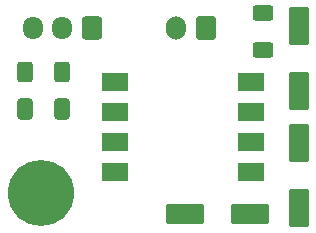
<source format=gbr>
%TF.GenerationSoftware,KiCad,Pcbnew,7.0.7-7.0.7~ubuntu22.04.1*%
%TF.CreationDate,2024-11-14T09:30:22+02:00*%
%TF.ProjectId,EncoderInterface,456e636f-6465-4724-996e-746572666163,rev?*%
%TF.SameCoordinates,PX7e46bbcPY55e586c*%
%TF.FileFunction,Soldermask,Bot*%
%TF.FilePolarity,Negative*%
%FSLAX46Y46*%
G04 Gerber Fmt 4.6, Leading zero omitted, Abs format (unit mm)*
G04 Created by KiCad (PCBNEW 7.0.7-7.0.7~ubuntu22.04.1) date 2024-11-14 09:30:22*
%MOMM*%
%LPD*%
G01*
G04 APERTURE LIST*
G04 Aperture macros list*
%AMRoundRect*
0 Rectangle with rounded corners*
0 $1 Rounding radius*
0 $2 $3 $4 $5 $6 $7 $8 $9 X,Y pos of 4 corners*
0 Add a 4 corners polygon primitive as box body*
4,1,4,$2,$3,$4,$5,$6,$7,$8,$9,$2,$3,0*
0 Add four circle primitives for the rounded corners*
1,1,$1+$1,$2,$3*
1,1,$1+$1,$4,$5*
1,1,$1+$1,$6,$7*
1,1,$1+$1,$8,$9*
0 Add four rect primitives between the rounded corners*
20,1,$1+$1,$2,$3,$4,$5,0*
20,1,$1+$1,$4,$5,$6,$7,0*
20,1,$1+$1,$6,$7,$8,$9,0*
20,1,$1+$1,$8,$9,$2,$3,0*%
G04 Aperture macros list end*
%ADD10R,2.219198X1.500000*%
%ADD11RoundRect,0.250000X0.600000X0.725000X-0.600000X0.725000X-0.600000X-0.725000X0.600000X-0.725000X0*%
%ADD12O,1.700000X1.950000*%
%ADD13RoundRect,0.250000X0.600000X0.750000X-0.600000X0.750000X-0.600000X-0.750000X0.600000X-0.750000X0*%
%ADD14O,1.700000X2.000000*%
%ADD15C,5.600000*%
%ADD16RoundRect,0.250000X0.600000X-1.400000X0.600000X1.400000X-0.600000X1.400000X-0.600000X-1.400000X0*%
%ADD17RoundRect,0.250000X-0.625000X0.400000X-0.625000X-0.400000X0.625000X-0.400000X0.625000X0.400000X0*%
%ADD18RoundRect,0.250000X-1.400000X-0.600000X1.400000X-0.600000X1.400000X0.600000X-1.400000X0.600000X0*%
%ADD19RoundRect,0.250000X0.412500X0.650000X-0.412500X0.650000X-0.412500X-0.650000X0.412500X-0.650000X0*%
%ADD20RoundRect,0.250000X-0.400000X-0.625000X0.400000X-0.625000X0.400000X0.625000X-0.400000X0.625000X0*%
G04 APERTURE END LIST*
D10*
%TO.C,U1*%
X21600000Y12980000D03*
X21600000Y10440000D03*
X21600000Y7900000D03*
X21600000Y5360000D03*
X10120800Y5360000D03*
X10120800Y7900000D03*
X10120800Y10440000D03*
X10120800Y12980000D03*
%TD*%
D11*
%TO.C,J2*%
X8128000Y17526000D03*
D12*
X5628000Y17526000D03*
X3128000Y17526000D03*
%TD*%
D13*
%TO.C,J1*%
X17780000Y17526000D03*
D14*
X15280000Y17526000D03*
%TD*%
D15*
%TO.C,REF\u002A\u002A*%
X3810000Y3556000D03*
%TD*%
D16*
%TO.C,D2*%
X25654000Y2330000D03*
X25654000Y7830000D03*
%TD*%
D17*
%TO.C,R3*%
X22606000Y18822000D03*
X22606000Y15722000D03*
%TD*%
D16*
%TO.C,D1*%
X25654000Y12236000D03*
X25654000Y17736000D03*
%TD*%
D18*
%TO.C,D3*%
X16046000Y1778000D03*
X21546000Y1778000D03*
%TD*%
D19*
%TO.C,C1*%
X5626500Y10668000D03*
X2501500Y10668000D03*
%TD*%
D20*
%TO.C,R6*%
X2514000Y13843000D03*
X5614000Y13843000D03*
%TD*%
M02*

</source>
